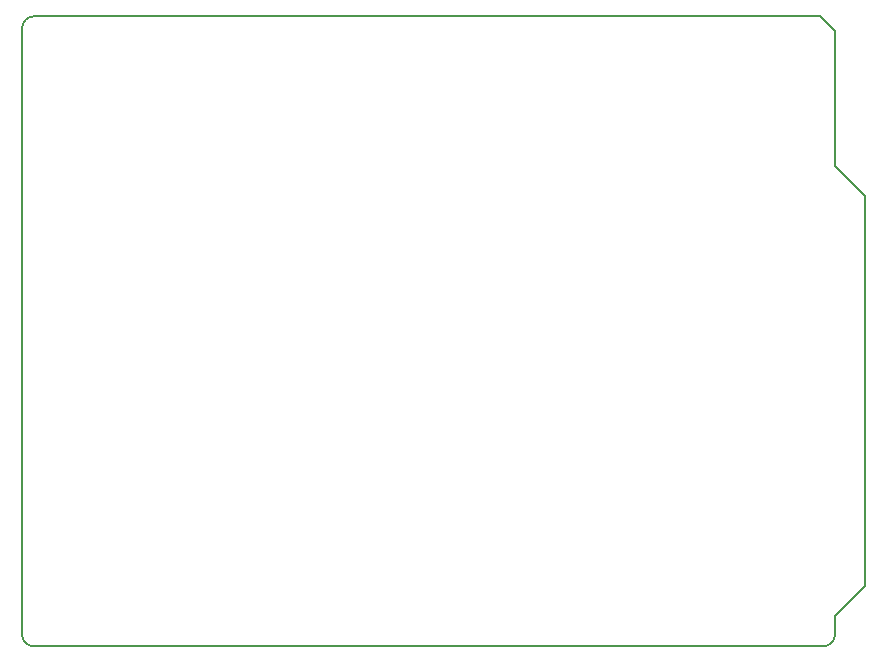
<source format=gbr>
G04 #@! TF.FileFunction,Profile,NP*
%FSLAX46Y46*%
G04 Gerber Fmt 4.6, Leading zero omitted, Abs format (unit mm)*
G04 Created by KiCad (PCBNEW 4.0.7) date 2017 October 09, Monday 22:10:02*
%MOMM*%
%LPD*%
G01*
G04 APERTURE LIST*
%ADD10C,0.100000*%
%ADD11C,0.150000*%
G04 APERTURE END LIST*
D10*
D11*
X148082000Y-91440000D02*
X150876000Y-91440000D01*
X148082000Y-38100000D02*
X150876000Y-38100000D01*
X150876000Y-38100000D02*
X214630000Y-38100000D01*
X215900000Y-90424000D02*
X215900000Y-88900000D01*
X150876000Y-91440000D02*
X214884000Y-91440000D01*
X147066000Y-39116000D02*
X147066000Y-90424000D01*
X214884000Y-91440000D02*
G75*
G03X215900000Y-90424000I0J1016000D01*
G01*
X147066000Y-90424000D02*
G75*
G03X148082000Y-91440000I1016000J0D01*
G01*
X148082000Y-38100000D02*
G75*
G03X147066000Y-39116000I0J-1016000D01*
G01*
X215900000Y-39370000D02*
X215900000Y-50800000D01*
X218440000Y-86360000D02*
X215900000Y-88900000D01*
X218440000Y-69342000D02*
X218440000Y-86360000D01*
X218440000Y-53340000D02*
X218440000Y-69342000D01*
X215900000Y-50800000D02*
X218440000Y-53340000D01*
X214630000Y-38100000D02*
X215900000Y-39370000D01*
M02*

</source>
